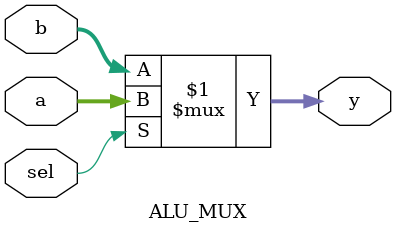
<source format=v>
`timescale 1ns / 1ps


module ALU_MUX(input [31:0] a, b, input sel, output [31:0] y);
	// If y = 1, select a; otherwise, select b.
	assign y = sel ? a : b;
endmodule

</source>
